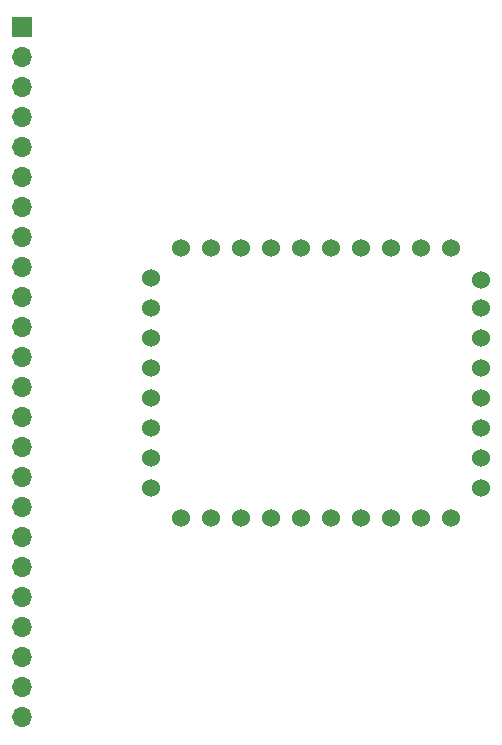
<source format=gbr>
%TF.GenerationSoftware,KiCad,Pcbnew,6.0.1*%
%TF.CreationDate,2022-02-10T21:50:42-06:00*%
%TF.ProjectId,SENSOR_BREADBOARD_8X10,53454e53-4f52-45f4-9252-454144424f41,rev?*%
%TF.SameCoordinates,Original*%
%TF.FileFunction,Soldermask,Bot*%
%TF.FilePolarity,Negative*%
%FSLAX46Y46*%
G04 Gerber Fmt 4.6, Leading zero omitted, Abs format (unit mm)*
G04 Created by KiCad (PCBNEW 6.0.1) date 2022-02-10 21:50:42*
%MOMM*%
%LPD*%
G01*
G04 APERTURE LIST*
%ADD10C,1.524000*%
%ADD11R,1.700000X1.700000*%
%ADD12O,1.700000X1.700000*%
G04 APERTURE END LIST*
D10*
%TO.C,U1*%
X100600000Y-119200000D03*
X103140000Y-119200000D03*
X105663002Y-119199888D03*
X108208668Y-119199888D03*
X110754334Y-119199888D03*
X113300000Y-119199888D03*
X115805890Y-119199888D03*
X118351556Y-119199888D03*
X120920000Y-119200000D03*
X123460000Y-119200000D03*
X125988555Y-116654221D03*
X126000000Y-114120000D03*
X125988555Y-111562889D03*
X125988555Y-109017222D03*
X125988555Y-106471556D03*
X125988555Y-103925890D03*
X125988555Y-101420000D03*
X125988555Y-99033438D03*
X123442889Y-96328668D03*
X120897222Y-96328668D03*
X118351556Y-96328668D03*
X115805890Y-96328668D03*
X113300000Y-96328668D03*
X110754334Y-96328668D03*
X108208668Y-96328668D03*
X105663002Y-96328668D03*
X103140000Y-96340000D03*
X100600000Y-96340000D03*
X97986227Y-98874334D03*
X98026003Y-101420000D03*
X98026003Y-103960000D03*
X98026003Y-106500000D03*
X98060000Y-109040000D03*
X98026003Y-111562889D03*
X98026003Y-114108555D03*
X98026003Y-116654221D03*
%TD*%
D11*
%TO.C,J1*%
X87100000Y-77647800D03*
D12*
X87100000Y-80187800D03*
X87100000Y-82727800D03*
X87100000Y-85267800D03*
X87100000Y-87807800D03*
X87100000Y-90347800D03*
X87100000Y-92887800D03*
X87100000Y-95427800D03*
X87100000Y-97967800D03*
X87100000Y-100507800D03*
X87100000Y-103047800D03*
X87100000Y-105587800D03*
X87100000Y-108127800D03*
X87100000Y-110667800D03*
X87100000Y-113207800D03*
X87100000Y-115747800D03*
X87100000Y-118287800D03*
X87100000Y-120827800D03*
X87100000Y-123367800D03*
X87100000Y-125907800D03*
X87100000Y-128447800D03*
X87100000Y-130987800D03*
X87100000Y-133527800D03*
X87100000Y-136067800D03*
%TD*%
M02*

</source>
